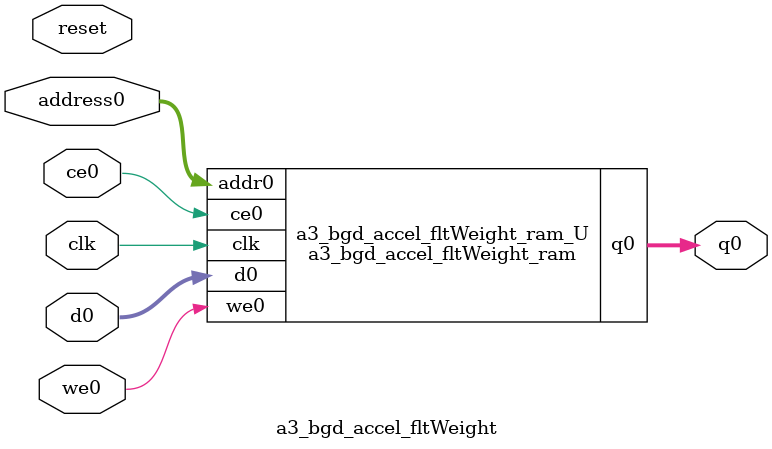
<source format=v>
`timescale 1 ns / 1 ps
module a3_bgd_accel_fltWeight_ram (addr0, ce0, d0, we0, q0,  clk);

parameter DWIDTH = 32;
parameter AWIDTH = 13;
parameter MEM_SIZE = 7850;

input[AWIDTH-1:0] addr0;
input ce0;
input[DWIDTH-1:0] d0;
input we0;
output reg[DWIDTH-1:0] q0;
input clk;

(* ram_style = "block" *)reg [DWIDTH-1:0] ram[0:MEM_SIZE-1];




always @(posedge clk)  
begin 
    if (ce0) 
    begin
        if (we0) 
        begin 
            ram[addr0] <= d0; 
        end 
        q0 <= ram[addr0];
    end
end


endmodule

`timescale 1 ns / 1 ps
module a3_bgd_accel_fltWeight(
    reset,
    clk,
    address0,
    ce0,
    we0,
    d0,
    q0);

parameter DataWidth = 32'd32;
parameter AddressRange = 32'd7850;
parameter AddressWidth = 32'd13;
input reset;
input clk;
input[AddressWidth - 1:0] address0;
input ce0;
input we0;
input[DataWidth - 1:0] d0;
output[DataWidth - 1:0] q0;



a3_bgd_accel_fltWeight_ram a3_bgd_accel_fltWeight_ram_U(
    .clk( clk ),
    .addr0( address0 ),
    .ce0( ce0 ),
    .we0( we0 ),
    .d0( d0 ),
    .q0( q0 ));

endmodule


</source>
